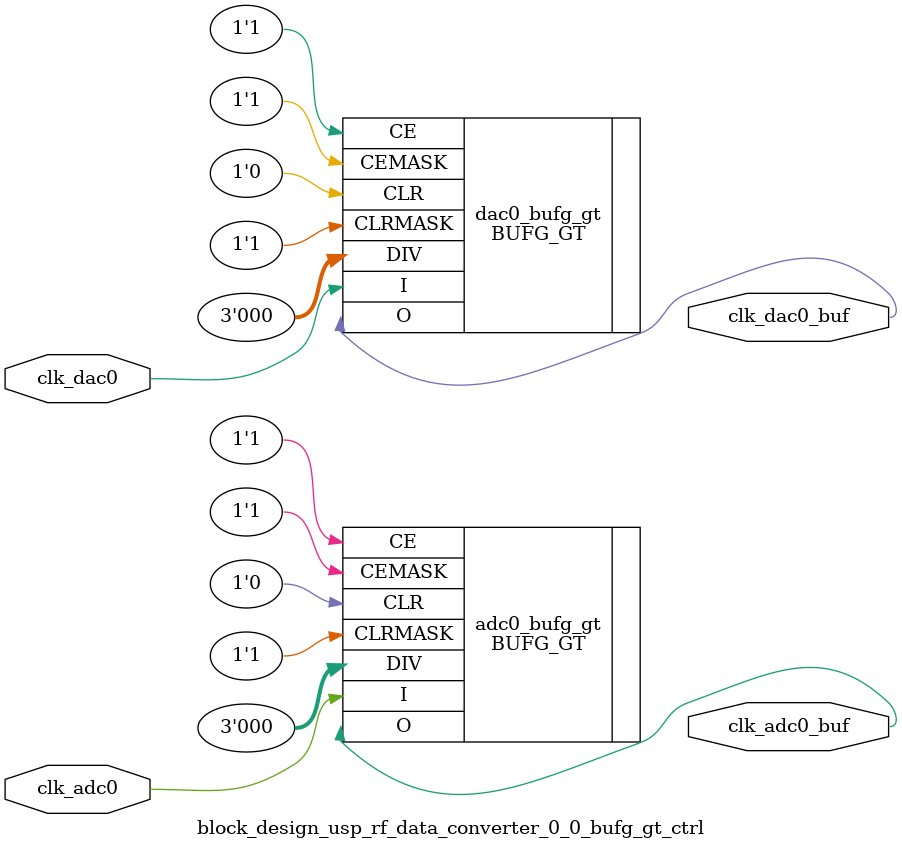
<source format=v>

`timescale 1ns / 1ps

(* DowngradeIPIdentifiedWarnings="yes" *)
module block_design_usp_rf_data_converter_0_0_bufg_gt_ctrl (
  // DAC Fabric Feedback Clock for Tile 0
  input    clk_dac0,
  output   clk_dac0_buf,
      
  // ADC Fabric Feedback Clock for Tile 0
  input    clk_adc0,
  
  output   clk_adc0_buf
    
);

  BUFG_GT dac0_bufg_gt
  (
    .I       (clk_dac0),
    .CE      (1'b1),
    .CEMASK  (1'b1),
    .CLR     (1'b0),
    .CLRMASK (1'b1),
    .DIV     (3'b000),
    .O       (clk_dac0_buf)
  );  

 
  BUFG_GT adc0_bufg_gt
  (
    .I       (clk_adc0),
    .CE      (1'b1),
    .CEMASK  (1'b1),
    .CLR     (1'b0),
    .CLRMASK (1'b1),
    .DIV     (3'b000),
    .O       (clk_adc0_buf)
  );  

endmodule

</source>
